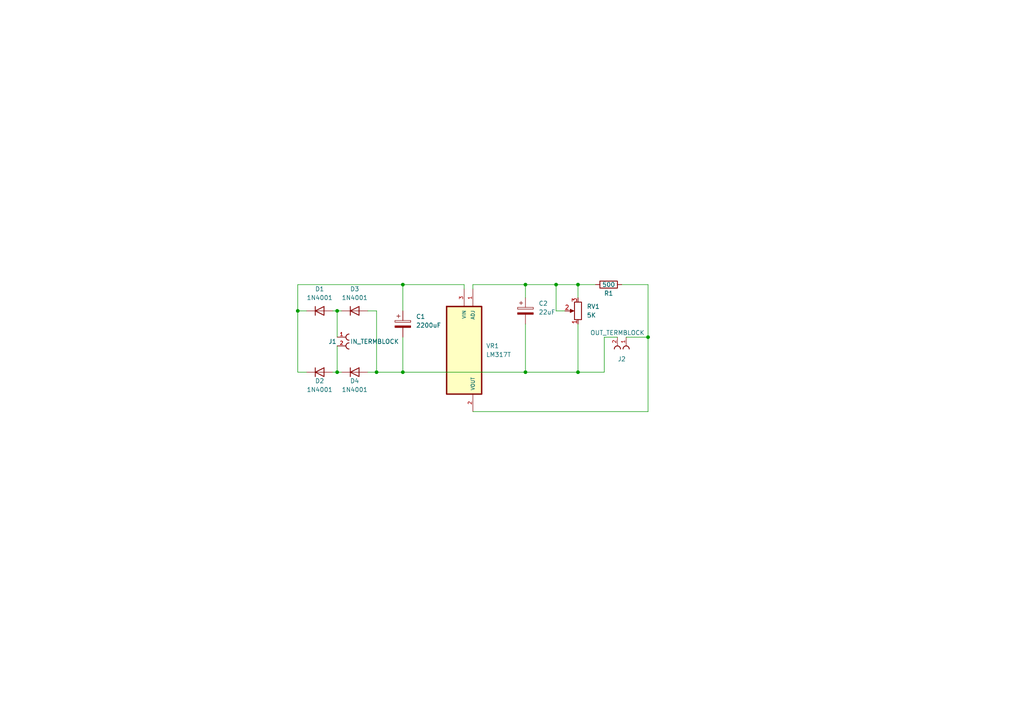
<source format=kicad_sch>
(kicad_sch (version 20211123) (generator eeschema)

  (uuid c446fa34-dac7-431b-969d-c1a7b8468d10)

  (paper "A4")

  (title_block
    (title "LM317 Power Supply")
    (date "2023-01-07")
    (rev "v03")
    (company "Pamantasan ng Lungsod ng Maynila")
    (comment 1 "Author: Andrei James C. Drice")
  )

  (lib_symbols
    (symbol "691137710002:691137710002" (pin_names (offset 1.016)) (in_bom yes) (on_board yes)
      (property "Reference" "J" (id 0) (at -1.27 3.81 0)
        (effects (font (size 1.27 1.27)) (justify left bottom))
      )
      (property "Value" "691137710002" (id 1) (at -1.27 -3.81 0)
        (effects (font (size 1.27 1.27)) (justify left bottom))
      )
      (property "Footprint" "691137710002" (id 2) (at 0 0 0)
        (effects (font (size 1.27 1.27)) (justify bottom) hide)
      )
      (property "Datasheet" "" (id 3) (at 0 0 0)
        (effects (font (size 1.27 1.27)) hide)
      )
      (symbol "691137710002_0_0"
        (arc (start -1.651 0.889) (mid -2.54 0) (end -1.651 -0.889)
          (stroke (width 0.254) (type default) (color 0 0 0 0))
          (fill (type none))
        )
        (arc (start -1.651 3.429) (mid -2.54 2.54) (end -1.651 1.651)
          (stroke (width 0.254) (type default) (color 0 0 0 0))
          (fill (type none))
        )
        (pin passive line (at -5.08 2.54 0) (length 2.54)
          (name "~" (effects (font (size 1.016 1.016))))
          (number "1" (effects (font (size 1.016 1.016))))
        )
        (pin passive line (at -5.08 0 0) (length 2.54)
          (name "~" (effects (font (size 1.016 1.016))))
          (number "2" (effects (font (size 1.016 1.016))))
        )
      )
    )
    (symbol "Device:C_Polarized" (pin_numbers hide) (pin_names (offset 0.254)) (in_bom yes) (on_board yes)
      (property "Reference" "C" (id 0) (at 0.635 2.54 0)
        (effects (font (size 1.27 1.27)) (justify left))
      )
      (property "Value" "C_Polarized" (id 1) (at 0.635 -2.54 0)
        (effects (font (size 1.27 1.27)) (justify left))
      )
      (property "Footprint" "" (id 2) (at 0.9652 -3.81 0)
        (effects (font (size 1.27 1.27)) hide)
      )
      (property "Datasheet" "~" (id 3) (at 0 0 0)
        (effects (font (size 1.27 1.27)) hide)
      )
      (property "ki_keywords" "cap capacitor" (id 4) (at 0 0 0)
        (effects (font (size 1.27 1.27)) hide)
      )
      (property "ki_description" "Polarized capacitor" (id 5) (at 0 0 0)
        (effects (font (size 1.27 1.27)) hide)
      )
      (property "ki_fp_filters" "CP_*" (id 6) (at 0 0 0)
        (effects (font (size 1.27 1.27)) hide)
      )
      (symbol "C_Polarized_0_1"
        (rectangle (start -2.286 0.508) (end 2.286 1.016)
          (stroke (width 0) (type default) (color 0 0 0 0))
          (fill (type none))
        )
        (polyline
          (pts
            (xy -1.778 2.286)
            (xy -0.762 2.286)
          )
          (stroke (width 0) (type default) (color 0 0 0 0))
          (fill (type none))
        )
        (polyline
          (pts
            (xy -1.27 2.794)
            (xy -1.27 1.778)
          )
          (stroke (width 0) (type default) (color 0 0 0 0))
          (fill (type none))
        )
        (rectangle (start 2.286 -0.508) (end -2.286 -1.016)
          (stroke (width 0) (type default) (color 0 0 0 0))
          (fill (type outline))
        )
      )
      (symbol "C_Polarized_1_1"
        (pin passive line (at 0 3.81 270) (length 2.794)
          (name "~" (effects (font (size 1.27 1.27))))
          (number "1" (effects (font (size 1.27 1.27))))
        )
        (pin passive line (at 0 -3.81 90) (length 2.794)
          (name "~" (effects (font (size 1.27 1.27))))
          (number "2" (effects (font (size 1.27 1.27))))
        )
      )
    )
    (symbol "Device:R" (pin_numbers hide) (pin_names (offset 0)) (in_bom yes) (on_board yes)
      (property "Reference" "R" (id 0) (at 2.032 0 90)
        (effects (font (size 1.27 1.27)))
      )
      (property "Value" "R" (id 1) (at 0 0 90)
        (effects (font (size 1.27 1.27)))
      )
      (property "Footprint" "" (id 2) (at -1.778 0 90)
        (effects (font (size 1.27 1.27)) hide)
      )
      (property "Datasheet" "~" (id 3) (at 0 0 0)
        (effects (font (size 1.27 1.27)) hide)
      )
      (property "ki_keywords" "R res resistor" (id 4) (at 0 0 0)
        (effects (font (size 1.27 1.27)) hide)
      )
      (property "ki_description" "Resistor" (id 5) (at 0 0 0)
        (effects (font (size 1.27 1.27)) hide)
      )
      (property "ki_fp_filters" "R_*" (id 6) (at 0 0 0)
        (effects (font (size 1.27 1.27)) hide)
      )
      (symbol "R_0_1"
        (rectangle (start -1.016 -2.54) (end 1.016 2.54)
          (stroke (width 0.254) (type default) (color 0 0 0 0))
          (fill (type none))
        )
      )
      (symbol "R_1_1"
        (pin passive line (at 0 3.81 270) (length 1.27)
          (name "~" (effects (font (size 1.27 1.27))))
          (number "1" (effects (font (size 1.27 1.27))))
        )
        (pin passive line (at 0 -3.81 90) (length 1.27)
          (name "~" (effects (font (size 1.27 1.27))))
          (number "2" (effects (font (size 1.27 1.27))))
        )
      )
    )
    (symbol "Device:R_Potentiometer" (pin_names (offset 1.016) hide) (in_bom yes) (on_board yes)
      (property "Reference" "RV" (id 0) (at -4.445 0 90)
        (effects (font (size 1.27 1.27)))
      )
      (property "Value" "R_Potentiometer" (id 1) (at -2.54 0 90)
        (effects (font (size 1.27 1.27)))
      )
      (property "Footprint" "" (id 2) (at 0 0 0)
        (effects (font (size 1.27 1.27)) hide)
      )
      (property "Datasheet" "~" (id 3) (at 0 0 0)
        (effects (font (size 1.27 1.27)) hide)
      )
      (property "ki_keywords" "resistor variable" (id 4) (at 0 0 0)
        (effects (font (size 1.27 1.27)) hide)
      )
      (property "ki_description" "Potentiometer" (id 5) (at 0 0 0)
        (effects (font (size 1.27 1.27)) hide)
      )
      (property "ki_fp_filters" "Potentiometer*" (id 6) (at 0 0 0)
        (effects (font (size 1.27 1.27)) hide)
      )
      (symbol "R_Potentiometer_0_1"
        (polyline
          (pts
            (xy 2.54 0)
            (xy 1.524 0)
          )
          (stroke (width 0) (type default) (color 0 0 0 0))
          (fill (type none))
        )
        (polyline
          (pts
            (xy 1.143 0)
            (xy 2.286 0.508)
            (xy 2.286 -0.508)
            (xy 1.143 0)
          )
          (stroke (width 0) (type default) (color 0 0 0 0))
          (fill (type outline))
        )
        (rectangle (start 1.016 2.54) (end -1.016 -2.54)
          (stroke (width 0.254) (type default) (color 0 0 0 0))
          (fill (type none))
        )
      )
      (symbol "R_Potentiometer_1_1"
        (pin passive line (at 0 3.81 270) (length 1.27)
          (name "1" (effects (font (size 1.27 1.27))))
          (number "1" (effects (font (size 1.27 1.27))))
        )
        (pin passive line (at 3.81 0 180) (length 1.27)
          (name "2" (effects (font (size 1.27 1.27))))
          (number "2" (effects (font (size 1.27 1.27))))
        )
        (pin passive line (at 0 -3.81 90) (length 1.27)
          (name "3" (effects (font (size 1.27 1.27))))
          (number "3" (effects (font (size 1.27 1.27))))
        )
      )
    )
    (symbol "Diode:1N4001" (pin_numbers hide) (pin_names hide) (in_bom yes) (on_board yes)
      (property "Reference" "D" (id 0) (at 0 2.54 0)
        (effects (font (size 1.27 1.27)))
      )
      (property "Value" "1N4001" (id 1) (at 0 -2.54 0)
        (effects (font (size 1.27 1.27)))
      )
      (property "Footprint" "Diode_THT:D_DO-41_SOD81_P10.16mm_Horizontal" (id 2) (at 0 0 0)
        (effects (font (size 1.27 1.27)) hide)
      )
      (property "Datasheet" "http://www.vishay.com/docs/88503/1n4001.pdf" (id 3) (at 0 0 0)
        (effects (font (size 1.27 1.27)) hide)
      )
      (property "ki_keywords" "diode" (id 4) (at 0 0 0)
        (effects (font (size 1.27 1.27)) hide)
      )
      (property "ki_description" "50V 1A General Purpose Rectifier Diode, DO-41" (id 5) (at 0 0 0)
        (effects (font (size 1.27 1.27)) hide)
      )
      (property "ki_fp_filters" "D*DO?41*" (id 6) (at 0 0 0)
        (effects (font (size 1.27 1.27)) hide)
      )
      (symbol "1N4001_0_1"
        (polyline
          (pts
            (xy -1.27 1.27)
            (xy -1.27 -1.27)
          )
          (stroke (width 0.254) (type default) (color 0 0 0 0))
          (fill (type none))
        )
        (polyline
          (pts
            (xy 1.27 0)
            (xy -1.27 0)
          )
          (stroke (width 0) (type default) (color 0 0 0 0))
          (fill (type none))
        )
        (polyline
          (pts
            (xy 1.27 1.27)
            (xy 1.27 -1.27)
            (xy -1.27 0)
            (xy 1.27 1.27)
          )
          (stroke (width 0.254) (type default) (color 0 0 0 0))
          (fill (type none))
        )
      )
      (symbol "1N4001_1_1"
        (pin passive line (at -3.81 0 0) (length 2.54)
          (name "K" (effects (font (size 1.27 1.27))))
          (number "1" (effects (font (size 1.27 1.27))))
        )
        (pin passive line (at 3.81 0 180) (length 2.54)
          (name "A" (effects (font (size 1.27 1.27))))
          (number "2" (effects (font (size 1.27 1.27))))
        )
      )
    )
    (symbol "LM317T:LM317T" (pin_names (offset 1.016)) (in_bom yes) (on_board yes)
      (property "Reference" "VR" (id 0) (at -12.7 6.08 0)
        (effects (font (size 1.27 1.27)) (justify left bottom))
      )
      (property "Value" "LM317T" (id 1) (at -12.7 -9.08 0)
        (effects (font (size 1.27 1.27)) (justify left bottom))
      )
      (property "Footprint" "TO254P1054X470X1955-3" (id 2) (at 0 0 0)
        (effects (font (size 1.27 1.27)) (justify bottom) hide)
      )
      (property "Datasheet" "" (id 3) (at 0 0 0)
        (effects (font (size 1.27 1.27)) hide)
      )
      (symbol "LM317T_0_0"
        (rectangle (start -12.7 -5.08) (end 12.7 5.08)
          (stroke (width 0.41) (type default) (color 0 0 0 0))
          (fill (type background))
        )
        (pin input line (at -17.78 2.54 0) (length 5.08)
          (name "ADJ" (effects (font (size 1.016 1.016))))
          (number "1" (effects (font (size 1.016 1.016))))
        )
        (pin output line (at 17.78 2.54 180) (length 5.08)
          (name "VOUT" (effects (font (size 1.016 1.016))))
          (number "2" (effects (font (size 1.016 1.016))))
        )
        (pin input line (at -17.78 0 0) (length 5.08)
          (name "VIN" (effects (font (size 1.016 1.016))))
          (number "3" (effects (font (size 1.016 1.016))))
        )
      )
    )
  )

  (junction (at 109.22 107.95) (diameter 0) (color 0 0 0 0)
    (uuid 15681d0a-8957-4851-a75d-01a080d2934b)
  )
  (junction (at 86.36 90.17) (diameter 0) (color 0 0 0 0)
    (uuid 2305b079-7e18-4d1e-b094-df6ebc091df1)
  )
  (junction (at 97.79 90.17) (diameter 0) (color 0 0 0 0)
    (uuid 4e23c421-aea3-48bc-ba8b-1e32dfdb0afe)
  )
  (junction (at 116.84 82.55) (diameter 0) (color 0 0 0 0)
    (uuid 644590d3-a8b8-44ec-96c2-d82f5f0af391)
  )
  (junction (at 152.4 82.55) (diameter 0) (color 0 0 0 0)
    (uuid 7b46240d-e26e-429b-8920-6a59c11e8af3)
  )
  (junction (at 167.64 82.55) (diameter 0) (color 0 0 0 0)
    (uuid 91fb820d-efb2-430b-9155-3ea702c442ac)
  )
  (junction (at 152.4 107.95) (diameter 0) (color 0 0 0 0)
    (uuid ac9f46fc-6e57-4999-8ea0-fd6f63a7fe69)
  )
  (junction (at 187.96 97.79) (diameter 0) (color 0 0 0 0)
    (uuid bc819a1d-a7c4-4556-83dc-c9bebeae85ad)
  )
  (junction (at 97.79 107.95) (diameter 0) (color 0 0 0 0)
    (uuid c7186e99-982a-41be-a89c-1e55644a0084)
  )
  (junction (at 116.84 107.95) (diameter 0) (color 0 0 0 0)
    (uuid cdd32bd7-a992-4a2e-bcab-3df732e451e7)
  )
  (junction (at 161.29 82.55) (diameter 0) (color 0 0 0 0)
    (uuid df2255da-c0fa-40b4-9205-db86c7bb24fa)
  )
  (junction (at 167.64 107.95) (diameter 0) (color 0 0 0 0)
    (uuid faac5429-57d7-45a7-bda1-f6e58fa6e094)
  )

  (wire (pts (xy 88.9 90.17) (xy 86.36 90.17))
    (stroke (width 0) (type default) (color 0 0 0 0))
    (uuid 05d116a1-51d5-46fc-a2d1-b1e5ccc0a30f)
  )
  (wire (pts (xy 175.26 97.79) (xy 175.26 107.95))
    (stroke (width 0) (type default) (color 0 0 0 0))
    (uuid 09019b92-3cc7-4413-9c3d-9703f34bcffb)
  )
  (wire (pts (xy 97.79 100.33) (xy 97.79 107.95))
    (stroke (width 0) (type default) (color 0 0 0 0))
    (uuid 1030b344-772c-4f88-9ee2-1068ba1ca149)
  )
  (wire (pts (xy 116.84 107.95) (xy 152.4 107.95))
    (stroke (width 0) (type default) (color 0 0 0 0))
    (uuid 1590cfbe-c9d6-47cf-b43e-f3ed21d2fcb7)
  )
  (wire (pts (xy 97.79 90.17) (xy 97.79 97.79))
    (stroke (width 0) (type default) (color 0 0 0 0))
    (uuid 18f8c035-176e-4fa2-a656-95bea4b22e3c)
  )
  (wire (pts (xy 88.9 107.95) (xy 86.36 107.95))
    (stroke (width 0) (type default) (color 0 0 0 0))
    (uuid 247707e0-52ee-42cf-8936-69b3070f3256)
  )
  (wire (pts (xy 116.84 97.79) (xy 116.84 107.95))
    (stroke (width 0) (type default) (color 0 0 0 0))
    (uuid 261a9343-0dd9-48d5-b765-8d9820cff6c3)
  )
  (wire (pts (xy 152.4 82.55) (xy 161.29 82.55))
    (stroke (width 0) (type default) (color 0 0 0 0))
    (uuid 2d7c9523-7873-4185-a349-320b940b942e)
  )
  (wire (pts (xy 180.34 82.55) (xy 187.96 82.55))
    (stroke (width 0) (type default) (color 0 0 0 0))
    (uuid 323d6e81-56b0-4906-84fd-003b08759e69)
  )
  (wire (pts (xy 97.79 90.17) (xy 99.06 90.17))
    (stroke (width 0) (type default) (color 0 0 0 0))
    (uuid 3a31b5b2-9a15-4551-b67a-cbe40e627deb)
  )
  (wire (pts (xy 134.62 82.55) (xy 134.62 83.82))
    (stroke (width 0) (type default) (color 0 0 0 0))
    (uuid 3b60e7b5-b424-49b3-a579-19b115e5319b)
  )
  (wire (pts (xy 161.29 82.55) (xy 167.64 82.55))
    (stroke (width 0) (type default) (color 0 0 0 0))
    (uuid 3d8196b7-e51b-4b4a-ae82-046ae2d08273)
  )
  (wire (pts (xy 161.29 90.17) (xy 161.29 82.55))
    (stroke (width 0) (type default) (color 0 0 0 0))
    (uuid 3f7376d3-cf00-46c3-b066-ffa6cd79a423)
  )
  (wire (pts (xy 86.36 90.17) (xy 86.36 107.95))
    (stroke (width 0) (type default) (color 0 0 0 0))
    (uuid 46dcf95d-46f7-4bb6-a134-4b2b5e28e025)
  )
  (wire (pts (xy 167.64 107.95) (xy 175.26 107.95))
    (stroke (width 0) (type default) (color 0 0 0 0))
    (uuid 500037e9-838c-4fb5-b898-5ed030b5f2b0)
  )
  (wire (pts (xy 137.16 119.38) (xy 187.96 119.38))
    (stroke (width 0) (type default) (color 0 0 0 0))
    (uuid 527a2e2f-b8e4-45a5-b422-a14b947eefdb)
  )
  (wire (pts (xy 167.64 93.98) (xy 167.64 107.95))
    (stroke (width 0) (type default) (color 0 0 0 0))
    (uuid 627cc839-d86b-4d3c-ac77-b502174ccca3)
  )
  (wire (pts (xy 152.4 82.55) (xy 152.4 86.36))
    (stroke (width 0) (type default) (color 0 0 0 0))
    (uuid 638b712e-310f-4ba9-9efe-468c13516f8b)
  )
  (wire (pts (xy 116.84 82.55) (xy 116.84 90.17))
    (stroke (width 0) (type default) (color 0 0 0 0))
    (uuid 649243f0-858a-4551-86ca-17d87d3a36f9)
  )
  (wire (pts (xy 109.22 90.17) (xy 109.22 107.95))
    (stroke (width 0) (type default) (color 0 0 0 0))
    (uuid 66cafa45-d087-4c9f-951d-3fd307a0eeff)
  )
  (wire (pts (xy 109.22 107.95) (xy 106.68 107.95))
    (stroke (width 0) (type default) (color 0 0 0 0))
    (uuid 68732512-14a5-466d-bf56-6530159117a2)
  )
  (wire (pts (xy 167.64 82.55) (xy 167.64 86.36))
    (stroke (width 0) (type default) (color 0 0 0 0))
    (uuid 6b18ea82-005c-43c5-bed0-3fc8690b5c63)
  )
  (wire (pts (xy 181.61 97.79) (xy 187.96 97.79))
    (stroke (width 0) (type default) (color 0 0 0 0))
    (uuid 6b688fa3-1cda-47d2-aed2-bed1857bd9cf)
  )
  (wire (pts (xy 187.96 119.38) (xy 187.96 97.79))
    (stroke (width 0) (type default) (color 0 0 0 0))
    (uuid 75aeb4e2-1b56-4dbb-96c7-71ca2fd58df8)
  )
  (wire (pts (xy 116.84 82.55) (xy 134.62 82.55))
    (stroke (width 0) (type default) (color 0 0 0 0))
    (uuid 785ea1d2-ced3-4c5a-9b0f-71900030cc1f)
  )
  (wire (pts (xy 109.22 90.17) (xy 106.68 90.17))
    (stroke (width 0) (type default) (color 0 0 0 0))
    (uuid 7d77ef1a-43c3-4ea6-901d-124b5a83c554)
  )
  (wire (pts (xy 86.36 82.55) (xy 116.84 82.55))
    (stroke (width 0) (type default) (color 0 0 0 0))
    (uuid 8c01b87e-416d-4521-8d93-41dc11c5b4f0)
  )
  (wire (pts (xy 96.52 90.17) (xy 97.79 90.17))
    (stroke (width 0) (type default) (color 0 0 0 0))
    (uuid 9eb19c88-a300-4177-a9e0-03d7fa15578c)
  )
  (wire (pts (xy 109.22 107.95) (xy 116.84 107.95))
    (stroke (width 0) (type default) (color 0 0 0 0))
    (uuid ae91f51f-6289-43c9-b796-3a28ec9c1da9)
  )
  (wire (pts (xy 187.96 97.79) (xy 187.96 82.55))
    (stroke (width 0) (type default) (color 0 0 0 0))
    (uuid bfd551b2-5f2d-474c-8e7c-e7907d37d8dc)
  )
  (wire (pts (xy 86.36 90.17) (xy 86.36 82.55))
    (stroke (width 0) (type default) (color 0 0 0 0))
    (uuid c6289eb7-6be1-4d82-88cc-fc782baa180e)
  )
  (wire (pts (xy 179.07 97.79) (xy 175.26 97.79))
    (stroke (width 0) (type default) (color 0 0 0 0))
    (uuid c807adc8-46f0-46af-83c6-998e357fa338)
  )
  (wire (pts (xy 152.4 82.55) (xy 137.16 82.55))
    (stroke (width 0) (type default) (color 0 0 0 0))
    (uuid cdcbc073-e242-46e5-ac95-6033b8db1cd3)
  )
  (wire (pts (xy 97.79 107.95) (xy 99.06 107.95))
    (stroke (width 0) (type default) (color 0 0 0 0))
    (uuid e0fed5c4-f279-4518-89b6-c0bcd4d02c03)
  )
  (wire (pts (xy 137.16 82.55) (xy 137.16 83.82))
    (stroke (width 0) (type default) (color 0 0 0 0))
    (uuid e8968952-a24f-48f0-bcbd-4925b639a3ef)
  )
  (wire (pts (xy 152.4 93.98) (xy 152.4 107.95))
    (stroke (width 0) (type default) (color 0 0 0 0))
    (uuid ebed5aa4-5949-401a-b2a3-f697d77db591)
  )
  (wire (pts (xy 152.4 107.95) (xy 167.64 107.95))
    (stroke (width 0) (type default) (color 0 0 0 0))
    (uuid eee0248f-9df4-477b-a9fc-14fb7db58536)
  )
  (wire (pts (xy 163.83 90.17) (xy 161.29 90.17))
    (stroke (width 0) (type default) (color 0 0 0 0))
    (uuid f334d2e3-ea19-451f-954f-e5cb96c5f1d8)
  )
  (wire (pts (xy 96.52 107.95) (xy 97.79 107.95))
    (stroke (width 0) (type default) (color 0 0 0 0))
    (uuid f52dd0c6-82d3-414e-9c8b-c5dfd112290c)
  )
  (wire (pts (xy 167.64 82.55) (xy 172.72 82.55))
    (stroke (width 0) (type default) (color 0 0 0 0))
    (uuid fa176d9b-c0fc-4ac0-805b-5383134bff9f)
  )

  (symbol (lib_id "Device:R_Potentiometer") (at 167.64 90.17 180) (unit 1)
    (in_bom yes) (on_board yes) (fields_autoplaced)
    (uuid 1b376bbe-0663-4b2a-b75f-805d27cd5828)
    (property "Reference" "RV1" (id 0) (at 170.18 88.8999 0)
      (effects (font (size 1.27 1.27)) (justify right))
    )
    (property "Value" "5K" (id 1) (at 170.18 91.4399 0)
      (effects (font (size 1.27 1.27)) (justify right))
    )
    (property "Footprint" "Potentiometer_THT:Potentiometer_Alps_RK163_Single_Horizontal" (id 2) (at 167.64 90.17 0)
      (effects (font (size 1.27 1.27)) hide)
    )
    (property "Datasheet" "~" (id 3) (at 167.64 90.17 0)
      (effects (font (size 1.27 1.27)) hide)
    )
    (pin "1" (uuid a05c23ef-d5f3-4c20-b2c8-dca1fbb81dad))
    (pin "2" (uuid e34a75ab-55f4-4dde-99b9-afe461a9fdb5))
    (pin "3" (uuid 000f158e-eb60-44ea-9181-578a03dc0501))
  )

  (symbol (lib_id "Diode:1N4001") (at 92.71 107.95 0) (unit 1)
    (in_bom yes) (on_board yes)
    (uuid 20cea3dd-004c-44b8-8843-b15b26cf1768)
    (property "Reference" "D2" (id 0) (at 92.71 110.49 0))
    (property "Value" "1N4001" (id 1) (at 92.71 113.03 0))
    (property "Footprint" "Diode_THT:D_DO-41_SOD81_P10.16mm_Horizontal" (id 2) (at 92.71 107.95 0)
      (effects (font (size 1.27 1.27)) hide)
    )
    (property "Datasheet" "http://www.vishay.com/docs/88503/1n4001.pdf" (id 3) (at 92.71 107.95 0)
      (effects (font (size 1.27 1.27)) hide)
    )
    (pin "1" (uuid 991080d5-9888-4ed7-ad4a-edb455177340))
    (pin "2" (uuid 696b1683-43b5-4973-9465-fbf9d4f2d0e2))
  )

  (symbol (lib_id "691137710002:691137710002") (at 179.07 102.87 270) (unit 1)
    (in_bom yes) (on_board yes)
    (uuid 24b65ee2-5b77-4c6b-989e-5b4c80076efa)
    (property "Reference" "J2" (id 0) (at 180.34 104.14 90))
    (property "Value" "OUT_TERMBLOCK" (id 1) (at 179.07 96.52 90))
    (property "Footprint" "LM317 Power Supply:691137710002" (id 2) (at 179.07 102.87 0)
      (effects (font (size 1.27 1.27)) (justify bottom) hide)
    )
    (property "Datasheet" "" (id 3) (at 179.07 102.87 0)
      (effects (font (size 1.27 1.27)) hide)
    )
    (pin "1" (uuid 65b43562-53c2-41e5-8094-5d31e0d4c024))
    (pin "2" (uuid e911fde2-8649-48c9-b0c0-2569e6db0acb))
  )

  (symbol (lib_id "LM317T:LM317T") (at 134.62 101.6 270) (unit 1)
    (in_bom yes) (on_board yes) (fields_autoplaced)
    (uuid 4657edd1-c309-4605-b39b-d5fb316fd8a8)
    (property "Reference" "VR1" (id 0) (at 140.97 100.3299 90)
      (effects (font (size 1.27 1.27)) (justify left))
    )
    (property "Value" "LM317T" (id 1) (at 140.97 102.8699 90)
      (effects (font (size 1.27 1.27)) (justify left))
    )
    (property "Footprint" "LM317 Power Supply:TO254P1054X470X1955-3" (id 2) (at 134.62 101.6 0)
      (effects (font (size 1.27 1.27)) (justify bottom) hide)
    )
    (property "Datasheet" "" (id 3) (at 134.62 101.6 0)
      (effects (font (size 1.27 1.27)) hide)
    )
    (pin "1" (uuid 7a07922e-0e99-478f-8d2c-00a8e7bde549))
    (pin "2" (uuid a08e903d-dfd5-4c50-bcc7-35c8e15d0d1e))
    (pin "3" (uuid 2a390807-ec8e-457c-aa4a-813b9b61d286))
  )

  (symbol (lib_id "Diode:1N4001") (at 102.87 90.17 0) (unit 1)
    (in_bom yes) (on_board yes) (fields_autoplaced)
    (uuid 46fce334-91ac-429e-9cbe-6cab59f8a13b)
    (property "Reference" "D3" (id 0) (at 102.87 83.82 0))
    (property "Value" "1N4001" (id 1) (at 102.87 86.36 0))
    (property "Footprint" "Diode_THT:D_DO-41_SOD81_P10.16mm_Horizontal" (id 2) (at 102.87 90.17 0)
      (effects (font (size 1.27 1.27)) hide)
    )
    (property "Datasheet" "http://www.vishay.com/docs/88503/1n4001.pdf" (id 3) (at 102.87 90.17 0)
      (effects (font (size 1.27 1.27)) hide)
    )
    (pin "1" (uuid 135489d0-4dc4-4e04-88fa-18ec0659612f))
    (pin "2" (uuid d6de43b9-cfad-477a-8576-1ee7285815b1))
  )

  (symbol (lib_id "691137710002:691137710002") (at 102.87 100.33 0) (unit 1)
    (in_bom yes) (on_board yes)
    (uuid 6497b38d-4d7b-455f-98a5-8bf525d80715)
    (property "Reference" "J1" (id 0) (at 95.25 99.06 0)
      (effects (font (size 1.27 1.27)) (justify left))
    )
    (property "Value" "IN_TERMBLOCK" (id 1) (at 101.6 99.06 0)
      (effects (font (size 1.27 1.27)) (justify left))
    )
    (property "Footprint" "LM317 Power Supply:691137710002" (id 2) (at 102.87 100.33 0)
      (effects (font (size 1.27 1.27)) (justify bottom) hide)
    )
    (property "Datasheet" "" (id 3) (at 102.87 100.33 0)
      (effects (font (size 1.27 1.27)) hide)
    )
    (pin "1" (uuid 28a6b1e4-f9ce-440f-a1f7-8a02d05eb905))
    (pin "2" (uuid 3d7b8a12-299e-400e-89a1-c7ace13d074c))
  )

  (symbol (lib_id "Diode:1N4001") (at 102.87 107.95 0) (unit 1)
    (in_bom yes) (on_board yes)
    (uuid 6a187c68-a569-4245-9ddb-95a30898c162)
    (property "Reference" "D4" (id 0) (at 102.87 110.49 0))
    (property "Value" "1N4001" (id 1) (at 102.87 113.03 0))
    (property "Footprint" "Diode_THT:D_DO-41_SOD81_P10.16mm_Horizontal" (id 2) (at 102.87 107.95 0)
      (effects (font (size 1.27 1.27)) hide)
    )
    (property "Datasheet" "http://www.vishay.com/docs/88503/1n4001.pdf" (id 3) (at 102.87 107.95 0)
      (effects (font (size 1.27 1.27)) hide)
    )
    (pin "1" (uuid 7dda4589-8327-4fd9-8319-ad6814d1f372))
    (pin "2" (uuid c6500b80-53d2-451f-9620-9c9fef0e2855))
  )

  (symbol (lib_id "Diode:1N4001") (at 92.71 90.17 0) (unit 1)
    (in_bom yes) (on_board yes) (fields_autoplaced)
    (uuid 76cf2484-dbd5-4886-8373-ced4d5b24077)
    (property "Reference" "D1" (id 0) (at 92.71 83.82 0))
    (property "Value" "1N4001" (id 1) (at 92.71 86.36 0))
    (property "Footprint" "Diode_THT:D_DO-41_SOD81_P10.16mm_Horizontal" (id 2) (at 92.71 90.17 0)
      (effects (font (size 1.27 1.27)) hide)
    )
    (property "Datasheet" "http://www.vishay.com/docs/88503/1n4001.pdf" (id 3) (at 92.71 90.17 0)
      (effects (font (size 1.27 1.27)) hide)
    )
    (pin "1" (uuid dc5de976-31da-4219-8bdc-00b1e77b9a04))
    (pin "2" (uuid 9f7f7d03-4e2a-4fe7-9add-d732a97493ff))
  )

  (symbol (lib_id "Device:C_Polarized") (at 152.4 90.17 0) (unit 1)
    (in_bom yes) (on_board yes) (fields_autoplaced)
    (uuid 8c56a818-873e-4786-885b-e6da354787ad)
    (property "Reference" "C2" (id 0) (at 156.21 88.0109 0)
      (effects (font (size 1.27 1.27)) (justify left))
    )
    (property "Value" "22uF" (id 1) (at 156.21 90.5509 0)
      (effects (font (size 1.27 1.27)) (justify left))
    )
    (property "Footprint" "Capacitor_THT:C_Radial_D5.0mm_H11.0mm_P2.00mm" (id 2) (at 153.3652 93.98 0)
      (effects (font (size 1.27 1.27)) hide)
    )
    (property "Datasheet" "~" (id 3) (at 152.4 90.17 0)
      (effects (font (size 1.27 1.27)) hide)
    )
    (pin "1" (uuid 15278345-c7c0-4dab-a7e4-ad034106d6c2))
    (pin "2" (uuid 505162ea-6d14-4021-8404-845d625c91b9))
  )

  (symbol (lib_id "Device:C_Polarized") (at 116.84 93.98 0) (unit 1)
    (in_bom yes) (on_board yes) (fields_autoplaced)
    (uuid b5e44ed3-e0df-420b-a151-3609167c812d)
    (property "Reference" "C1" (id 0) (at 120.65 91.8209 0)
      (effects (font (size 1.27 1.27)) (justify left))
    )
    (property "Value" "2200uF" (id 1) (at 120.65 94.3609 0)
      (effects (font (size 1.27 1.27)) (justify left))
    )
    (property "Footprint" "Capacitor_THT:C_Radial_D12.5mm_H25.0mm_P5.00mm" (id 2) (at 117.8052 97.79 0)
      (effects (font (size 1.27 1.27)) hide)
    )
    (property "Datasheet" "~" (id 3) (at 116.84 93.98 0)
      (effects (font (size 1.27 1.27)) hide)
    )
    (pin "1" (uuid 87fdd481-a17c-43d0-950f-27b1e9000090))
    (pin "2" (uuid 4fbe6595-cf70-4476-b93c-9af5fdaa4cb1))
  )

  (symbol (lib_id "Device:R") (at 176.53 82.55 90) (unit 1)
    (in_bom yes) (on_board yes)
    (uuid f3aee43b-9cf9-432b-b1c1-0ba3e5dca838)
    (property "Reference" "R1" (id 0) (at 176.53 85.09 90))
    (property "Value" "500" (id 1) (at 176.53 82.55 90))
    (property "Footprint" "Resistor_THT:R_Axial_DIN0204_L3.6mm_D1.6mm_P5.08mm_Horizontal" (id 2) (at 176.53 84.328 90)
      (effects (font (size 1.27 1.27)) hide)
    )
    (property "Datasheet" "~" (id 3) (at 176.53 82.55 0)
      (effects (font (size 1.27 1.27)) hide)
    )
    (pin "1" (uuid 224998bf-07f9-408b-b6c1-946bd5407c46))
    (pin "2" (uuid 13aa093a-20d6-4500-a6e7-5f4f56fde9d4))
  )

  (sheet_instances
    (path "/" (page "1"))
  )

  (symbol_instances
    (path "/b5e44ed3-e0df-420b-a151-3609167c812d"
      (reference "C1") (unit 1) (value "2200uF") (footprint "Capacitor_THT:C_Radial_D12.5mm_H25.0mm_P5.00mm")
    )
    (path "/8c56a818-873e-4786-885b-e6da354787ad"
      (reference "C2") (unit 1) (value "22uF") (footprint "Capacitor_THT:C_Radial_D5.0mm_H11.0mm_P2.00mm")
    )
    (path "/76cf2484-dbd5-4886-8373-ced4d5b24077"
      (reference "D1") (unit 1) (value "1N4001") (footprint "Diode_THT:D_DO-41_SOD81_P10.16mm_Horizontal")
    )
    (path "/20cea3dd-004c-44b8-8843-b15b26cf1768"
      (reference "D2") (unit 1) (value "1N4001") (footprint "Diode_THT:D_DO-41_SOD81_P10.16mm_Horizontal")
    )
    (path "/46fce334-91ac-429e-9cbe-6cab59f8a13b"
      (reference "D3") (unit 1) (value "1N4001") (footprint "Diode_THT:D_DO-41_SOD81_P10.16mm_Horizontal")
    )
    (path "/6a187c68-a569-4245-9ddb-95a30898c162"
      (reference "D4") (unit 1) (value "1N4001") (footprint "Diode_THT:D_DO-41_SOD81_P10.16mm_Horizontal")
    )
    (path "/6497b38d-4d7b-455f-98a5-8bf525d80715"
      (reference "J1") (unit 1) (value "IN_TERMBLOCK") (footprint "LM317 Power Supply:691137710002")
    )
    (path "/24b65ee2-5b77-4c6b-989e-5b4c80076efa"
      (reference "J2") (unit 1) (value "OUT_TERMBLOCK") (footprint "LM317 Power Supply:691137710002")
    )
    (path "/f3aee43b-9cf9-432b-b1c1-0ba3e5dca838"
      (reference "R1") (unit 1) (value "500") (footprint "Resistor_THT:R_Axial_DIN0204_L3.6mm_D1.6mm_P5.08mm_Horizontal")
    )
    (path "/1b376bbe-0663-4b2a-b75f-805d27cd5828"
      (reference "RV1") (unit 1) (value "5K") (footprint "Potentiometer_THT:Potentiometer_Alps_RK163_Single_Horizontal")
    )
    (path "/4657edd1-c309-4605-b39b-d5fb316fd8a8"
      (reference "VR1") (unit 1) (value "LM317T") (footprint "LM317 Power Supply:TO254P1054X470X1955-3")
    )
  )
)

</source>
